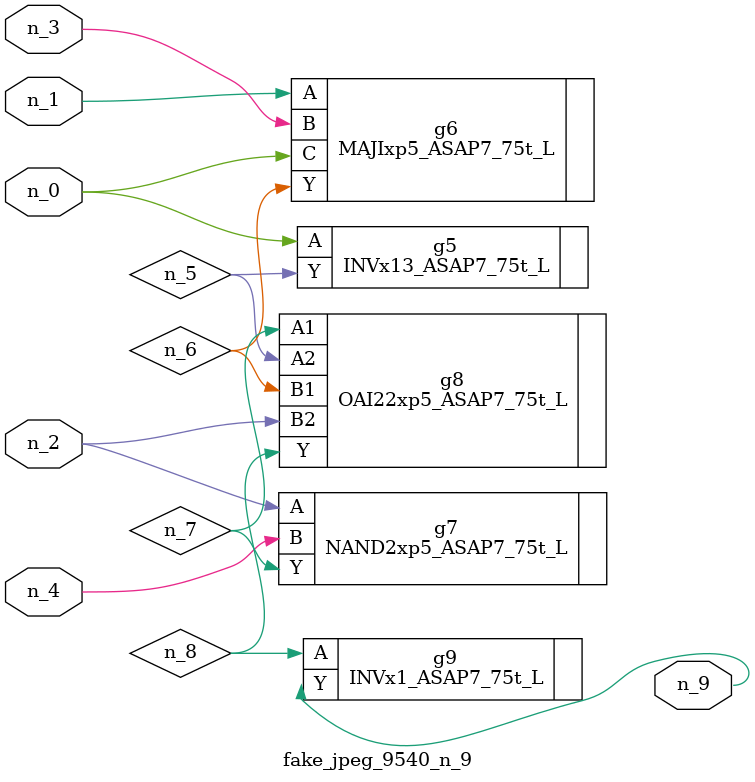
<source format=v>
module fake_jpeg_9540_n_9 (n_3, n_2, n_1, n_0, n_4, n_9);

input n_3;
input n_2;
input n_1;
input n_0;
input n_4;

output n_9;

wire n_8;
wire n_6;
wire n_5;
wire n_7;

INVx13_ASAP7_75t_L g5 ( 
.A(n_0),
.Y(n_5)
);

MAJIxp5_ASAP7_75t_L g6 ( 
.A(n_1),
.B(n_3),
.C(n_0),
.Y(n_6)
);

NAND2xp5_ASAP7_75t_L g7 ( 
.A(n_2),
.B(n_4),
.Y(n_7)
);

OAI22xp5_ASAP7_75t_L g8 ( 
.A1(n_7),
.A2(n_5),
.B1(n_6),
.B2(n_2),
.Y(n_8)
);

INVx1_ASAP7_75t_L g9 ( 
.A(n_8),
.Y(n_9)
);


endmodule
</source>
